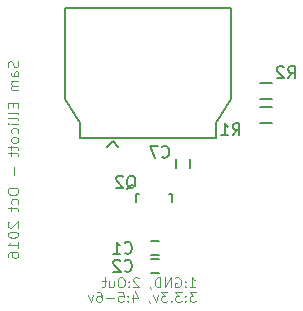
<source format=gbr>
G04 #@! TF.FileFunction,Legend,Bot*
%FSLAX46Y46*%
G04 Gerber Fmt 4.6, Leading zero omitted, Abs format (unit mm)*
G04 Created by KiCad (PCBNEW 4.0.2+dfsg1-stable) date Sat 29 Oct 2016 09:34:00 PM EDT*
%MOMM*%
G01*
G04 APERTURE LIST*
%ADD10C,0.090000*%
%ADD11C,0.101600*%
%ADD12C,0.063500*%
%ADD13C,0.150000*%
G04 APERTURE END LIST*
D10*
D11*
X122317933Y-80568800D02*
X122360267Y-80695800D01*
X122360267Y-80907467D01*
X122317933Y-80992134D01*
X122275600Y-81034467D01*
X122190933Y-81076800D01*
X122106267Y-81076800D01*
X122021600Y-81034467D01*
X121979267Y-80992134D01*
X121936933Y-80907467D01*
X121894600Y-80738134D01*
X121852267Y-80653467D01*
X121809933Y-80611134D01*
X121725267Y-80568800D01*
X121640600Y-80568800D01*
X121555933Y-80611134D01*
X121513600Y-80653467D01*
X121471267Y-80738134D01*
X121471267Y-80949800D01*
X121513600Y-81076800D01*
X122360267Y-81838801D02*
X121894600Y-81838801D01*
X121809933Y-81796467D01*
X121767600Y-81711801D01*
X121767600Y-81542467D01*
X121809933Y-81457801D01*
X122317933Y-81838801D02*
X122360267Y-81754134D01*
X122360267Y-81542467D01*
X122317933Y-81457801D01*
X122233267Y-81415467D01*
X122148600Y-81415467D01*
X122063933Y-81457801D01*
X122021600Y-81542467D01*
X122021600Y-81754134D01*
X121979267Y-81838801D01*
X122360267Y-82262134D02*
X121767600Y-82262134D01*
X121852267Y-82262134D02*
X121809933Y-82304467D01*
X121767600Y-82389134D01*
X121767600Y-82516134D01*
X121809933Y-82600800D01*
X121894600Y-82643134D01*
X122360267Y-82643134D01*
X121894600Y-82643134D02*
X121809933Y-82685467D01*
X121767600Y-82770134D01*
X121767600Y-82897134D01*
X121809933Y-82981800D01*
X121894600Y-83024134D01*
X122360267Y-83024134D01*
X121894600Y-84124800D02*
X121894600Y-84421133D01*
X122360267Y-84548133D02*
X122360267Y-84124800D01*
X121471267Y-84124800D01*
X121471267Y-84548133D01*
X122360267Y-85056133D02*
X122317933Y-84971466D01*
X122233267Y-84929133D01*
X121471267Y-84929133D01*
X122360267Y-85521800D02*
X122317933Y-85437133D01*
X122233267Y-85394800D01*
X121471267Y-85394800D01*
X122360267Y-85860467D02*
X121767600Y-85860467D01*
X121471267Y-85860467D02*
X121513600Y-85818133D01*
X121555933Y-85860467D01*
X121513600Y-85902800D01*
X121471267Y-85860467D01*
X121555933Y-85860467D01*
X122317933Y-86664800D02*
X122360267Y-86580133D01*
X122360267Y-86410800D01*
X122317933Y-86326133D01*
X122275600Y-86283800D01*
X122190933Y-86241466D01*
X121936933Y-86241466D01*
X121852267Y-86283800D01*
X121809933Y-86326133D01*
X121767600Y-86410800D01*
X121767600Y-86580133D01*
X121809933Y-86664800D01*
X122360267Y-87172800D02*
X122317933Y-87088133D01*
X122275600Y-87045800D01*
X122190933Y-87003466D01*
X121936933Y-87003466D01*
X121852267Y-87045800D01*
X121809933Y-87088133D01*
X121767600Y-87172800D01*
X121767600Y-87299800D01*
X121809933Y-87384466D01*
X121852267Y-87426800D01*
X121936933Y-87469133D01*
X122190933Y-87469133D01*
X122275600Y-87426800D01*
X122317933Y-87384466D01*
X122360267Y-87299800D01*
X122360267Y-87172800D01*
X121767600Y-87723133D02*
X121767600Y-88061799D01*
X121471267Y-87850133D02*
X122233267Y-87850133D01*
X122317933Y-87892466D01*
X122360267Y-87977133D01*
X122360267Y-88061799D01*
X121767600Y-88231133D02*
X121767600Y-88569799D01*
X121471267Y-88358133D02*
X122233267Y-88358133D01*
X122317933Y-88400466D01*
X122360267Y-88485133D01*
X122360267Y-88569799D01*
X122021600Y-89543466D02*
X122021600Y-90220799D01*
X121471267Y-91490799D02*
X121471267Y-91660132D01*
X121513600Y-91744799D01*
X121598267Y-91829466D01*
X121767600Y-91871799D01*
X122063933Y-91871799D01*
X122233267Y-91829466D01*
X122317933Y-91744799D01*
X122360267Y-91660132D01*
X122360267Y-91490799D01*
X122317933Y-91406132D01*
X122233267Y-91321466D01*
X122063933Y-91279132D01*
X121767600Y-91279132D01*
X121598267Y-91321466D01*
X121513600Y-91406132D01*
X121471267Y-91490799D01*
X122317933Y-92633799D02*
X122360267Y-92549132D01*
X122360267Y-92379799D01*
X122317933Y-92295132D01*
X122275600Y-92252799D01*
X122190933Y-92210465D01*
X121936933Y-92210465D01*
X121852267Y-92252799D01*
X121809933Y-92295132D01*
X121767600Y-92379799D01*
X121767600Y-92549132D01*
X121809933Y-92633799D01*
X121767600Y-92887799D02*
X121767600Y-93226465D01*
X121471267Y-93014799D02*
X122233267Y-93014799D01*
X122317933Y-93057132D01*
X122360267Y-93141799D01*
X122360267Y-93226465D01*
X121555933Y-94157798D02*
X121513600Y-94200132D01*
X121471267Y-94284798D01*
X121471267Y-94496465D01*
X121513600Y-94581132D01*
X121555933Y-94623465D01*
X121640600Y-94665798D01*
X121725267Y-94665798D01*
X121852267Y-94623465D01*
X122360267Y-94115465D01*
X122360267Y-94665798D01*
X121471267Y-95216132D02*
X121471267Y-95300799D01*
X121513600Y-95385465D01*
X121555933Y-95427799D01*
X121640600Y-95470132D01*
X121809933Y-95512465D01*
X122021600Y-95512465D01*
X122190933Y-95470132D01*
X122275600Y-95427799D01*
X122317933Y-95385465D01*
X122360267Y-95300799D01*
X122360267Y-95216132D01*
X122317933Y-95131465D01*
X122275600Y-95089132D01*
X122190933Y-95046799D01*
X122021600Y-95004465D01*
X121809933Y-95004465D01*
X121640600Y-95046799D01*
X121555933Y-95089132D01*
X121513600Y-95131465D01*
X121471267Y-95216132D01*
X122360267Y-96359132D02*
X122360267Y-95851132D01*
X122360267Y-96105132D02*
X121471267Y-96105132D01*
X121598267Y-96020466D01*
X121682933Y-95935799D01*
X121725267Y-95851132D01*
X121471267Y-97121133D02*
X121471267Y-96951799D01*
X121513600Y-96867133D01*
X121555933Y-96824799D01*
X121682933Y-96740133D01*
X121852267Y-96697799D01*
X122190933Y-96697799D01*
X122275600Y-96740133D01*
X122317933Y-96782466D01*
X122360267Y-96867133D01*
X122360267Y-97036466D01*
X122317933Y-97121133D01*
X122275600Y-97163466D01*
X122190933Y-97205799D01*
X121979267Y-97205799D01*
X121894600Y-97163466D01*
X121852267Y-97121133D01*
X121809933Y-97036466D01*
X121809933Y-96867133D01*
X121852267Y-96782466D01*
X121894600Y-96740133D01*
X121979267Y-96697799D01*
D12*
X136864271Y-99684296D02*
X137343243Y-99684296D01*
X137103757Y-99684296D02*
X137103757Y-98846096D01*
X137183586Y-98965839D01*
X137263414Y-99045667D01*
X137343243Y-99085581D01*
X136505043Y-99604467D02*
X136465128Y-99644381D01*
X136505043Y-99684296D01*
X136544957Y-99644381D01*
X136505043Y-99604467D01*
X136505043Y-99684296D01*
X136505043Y-99165410D02*
X136465128Y-99205324D01*
X136505043Y-99245239D01*
X136544957Y-99205324D01*
X136505043Y-99165410D01*
X136505043Y-99245239D01*
X135666842Y-98886010D02*
X135746671Y-98846096D01*
X135866414Y-98846096D01*
X135986157Y-98886010D01*
X136065985Y-98965839D01*
X136105900Y-99045667D01*
X136145814Y-99205324D01*
X136145814Y-99325067D01*
X136105900Y-99484724D01*
X136065985Y-99564553D01*
X135986157Y-99644381D01*
X135866414Y-99684296D01*
X135786585Y-99684296D01*
X135666842Y-99644381D01*
X135626928Y-99604467D01*
X135626928Y-99325067D01*
X135786585Y-99325067D01*
X135267700Y-99684296D02*
X135267700Y-98846096D01*
X134788728Y-99684296D01*
X134788728Y-98846096D01*
X134389586Y-99684296D02*
X134389586Y-98846096D01*
X134190014Y-98846096D01*
X134070271Y-98886010D01*
X133990443Y-98965839D01*
X133950528Y-99045667D01*
X133910614Y-99205324D01*
X133910614Y-99325067D01*
X133950528Y-99484724D01*
X133990443Y-99564553D01*
X134070271Y-99644381D01*
X134190014Y-99684296D01*
X134389586Y-99684296D01*
X133511471Y-99644381D02*
X133511471Y-99684296D01*
X133551386Y-99764124D01*
X133591300Y-99804039D01*
X132553528Y-98925924D02*
X132513614Y-98886010D01*
X132433785Y-98846096D01*
X132234214Y-98846096D01*
X132154385Y-98886010D01*
X132114471Y-98925924D01*
X132074556Y-99005753D01*
X132074556Y-99085581D01*
X132114471Y-99205324D01*
X132593442Y-99684296D01*
X132074556Y-99684296D01*
X131715328Y-99604467D02*
X131675413Y-99644381D01*
X131715328Y-99684296D01*
X131755242Y-99644381D01*
X131715328Y-99604467D01*
X131715328Y-99684296D01*
X131715328Y-99165410D02*
X131675413Y-99205324D01*
X131715328Y-99245239D01*
X131755242Y-99205324D01*
X131715328Y-99165410D01*
X131715328Y-99245239D01*
X131156527Y-98846096D02*
X130996870Y-98846096D01*
X130917042Y-98886010D01*
X130837213Y-98965839D01*
X130797299Y-99125496D01*
X130797299Y-99404896D01*
X130837213Y-99564553D01*
X130917042Y-99644381D01*
X130996870Y-99684296D01*
X131156527Y-99684296D01*
X131236356Y-99644381D01*
X131316185Y-99564553D01*
X131356099Y-99404896D01*
X131356099Y-99125496D01*
X131316185Y-98965839D01*
X131236356Y-98886010D01*
X131156527Y-98846096D01*
X130078842Y-99125496D02*
X130078842Y-99684296D01*
X130438071Y-99125496D02*
X130438071Y-99564553D01*
X130398156Y-99644381D01*
X130318328Y-99684296D01*
X130198585Y-99684296D01*
X130118756Y-99644381D01*
X130078842Y-99604467D01*
X129799442Y-99125496D02*
X129480128Y-99125496D01*
X129679700Y-98846096D02*
X129679700Y-99564553D01*
X129639785Y-99644381D01*
X129559957Y-99684296D01*
X129480128Y-99684296D01*
X137383157Y-100083076D02*
X136864271Y-100083076D01*
X137143671Y-100402390D01*
X137023929Y-100402390D01*
X136944100Y-100442304D01*
X136904186Y-100482219D01*
X136864271Y-100562047D01*
X136864271Y-100761619D01*
X136904186Y-100841447D01*
X136944100Y-100881361D01*
X137023929Y-100921276D01*
X137263414Y-100921276D01*
X137343243Y-100881361D01*
X137383157Y-100841447D01*
X136505043Y-100841447D02*
X136465128Y-100881361D01*
X136505043Y-100921276D01*
X136544957Y-100881361D01*
X136505043Y-100841447D01*
X136505043Y-100921276D01*
X136505043Y-100402390D02*
X136465128Y-100442304D01*
X136505043Y-100482219D01*
X136544957Y-100442304D01*
X136505043Y-100402390D01*
X136505043Y-100482219D01*
X136185728Y-100083076D02*
X135666842Y-100083076D01*
X135946242Y-100402390D01*
X135826500Y-100402390D01*
X135746671Y-100442304D01*
X135706757Y-100482219D01*
X135666842Y-100562047D01*
X135666842Y-100761619D01*
X135706757Y-100841447D01*
X135746671Y-100881361D01*
X135826500Y-100921276D01*
X136065985Y-100921276D01*
X136145814Y-100881361D01*
X136185728Y-100841447D01*
X135307614Y-100841447D02*
X135267699Y-100881361D01*
X135307614Y-100921276D01*
X135347528Y-100881361D01*
X135307614Y-100841447D01*
X135307614Y-100921276D01*
X134988299Y-100083076D02*
X134469413Y-100083076D01*
X134748813Y-100402390D01*
X134629071Y-100402390D01*
X134549242Y-100442304D01*
X134509328Y-100482219D01*
X134469413Y-100562047D01*
X134469413Y-100761619D01*
X134509328Y-100841447D01*
X134549242Y-100881361D01*
X134629071Y-100921276D01*
X134868556Y-100921276D01*
X134948385Y-100881361D01*
X134988299Y-100841447D01*
X134190013Y-100362476D02*
X133990442Y-100921276D01*
X133790870Y-100362476D01*
X133431641Y-100881361D02*
X133431641Y-100921276D01*
X133471556Y-101001104D01*
X133511470Y-101041019D01*
X132074555Y-100362476D02*
X132074555Y-100921276D01*
X132274126Y-100043161D02*
X132473698Y-100641876D01*
X131954812Y-100641876D01*
X131635498Y-100841447D02*
X131595583Y-100881361D01*
X131635498Y-100921276D01*
X131675412Y-100881361D01*
X131635498Y-100841447D01*
X131635498Y-100921276D01*
X131635498Y-100402390D02*
X131595583Y-100442304D01*
X131635498Y-100482219D01*
X131675412Y-100442304D01*
X131635498Y-100402390D01*
X131635498Y-100482219D01*
X130837212Y-100083076D02*
X131236355Y-100083076D01*
X131276269Y-100482219D01*
X131236355Y-100442304D01*
X131156526Y-100402390D01*
X130956955Y-100402390D01*
X130877126Y-100442304D01*
X130837212Y-100482219D01*
X130797297Y-100562047D01*
X130797297Y-100761619D01*
X130837212Y-100841447D01*
X130877126Y-100881361D01*
X130956955Y-100921276D01*
X131156526Y-100921276D01*
X131236355Y-100881361D01*
X131276269Y-100841447D01*
X130438069Y-100601961D02*
X129799440Y-100601961D01*
X129041069Y-100083076D02*
X129200726Y-100083076D01*
X129280555Y-100122990D01*
X129320469Y-100162904D01*
X129400298Y-100282647D01*
X129440212Y-100442304D01*
X129440212Y-100761619D01*
X129400298Y-100841447D01*
X129360383Y-100881361D01*
X129280555Y-100921276D01*
X129120898Y-100921276D01*
X129041069Y-100881361D01*
X129001155Y-100841447D01*
X128961240Y-100761619D01*
X128961240Y-100562047D01*
X129001155Y-100482219D01*
X129041069Y-100442304D01*
X129120898Y-100402390D01*
X129280555Y-100402390D01*
X129360383Y-100442304D01*
X129400298Y-100482219D01*
X129440212Y-100562047D01*
X128681840Y-100362476D02*
X128482269Y-100921276D01*
X128282697Y-100362476D01*
D13*
X133569000Y-96993000D02*
X134269000Y-96993000D01*
X134269000Y-95793000D02*
X133569000Y-95793000D01*
X133569000Y-98517000D02*
X134269000Y-98517000D01*
X134269000Y-97317000D02*
X133569000Y-97317000D01*
X130335014Y-87290660D02*
X130835014Y-87790660D01*
X129835014Y-87790660D02*
X130335014Y-87290660D01*
X126335014Y-83790660D02*
X126335014Y-76040660D01*
X127585014Y-85790660D02*
X126335014Y-83790660D01*
X127585014Y-87090660D02*
X127585014Y-85790660D01*
X139085014Y-87090660D02*
X127585014Y-87090660D01*
X139085014Y-85790660D02*
X139085014Y-87090660D01*
X140335014Y-83790660D02*
X139085014Y-85790660D01*
X140335014Y-76040660D02*
X140335014Y-83790660D01*
X126335014Y-76040660D02*
X140335014Y-76040660D01*
X136871000Y-89565000D02*
X136871000Y-88865000D01*
X135671000Y-88865000D02*
X135671000Y-89565000D01*
X135357820Y-92483940D02*
X135357820Y-91782900D01*
X135357820Y-91782900D02*
X135108900Y-91782900D01*
X132558840Y-91782900D02*
X132358180Y-91782900D01*
X132358180Y-91782900D02*
X132358180Y-92483940D01*
X143799000Y-84415000D02*
X142799000Y-84415000D01*
X142799000Y-85765000D02*
X143799000Y-85765000D01*
X142799000Y-83733000D02*
X143799000Y-83733000D01*
X143799000Y-82383000D02*
X142799000Y-82383000D01*
X131357666Y-96750143D02*
X131405285Y-96797762D01*
X131548142Y-96845381D01*
X131643380Y-96845381D01*
X131786238Y-96797762D01*
X131881476Y-96702524D01*
X131929095Y-96607286D01*
X131976714Y-96416810D01*
X131976714Y-96273952D01*
X131929095Y-96083476D01*
X131881476Y-95988238D01*
X131786238Y-95893000D01*
X131643380Y-95845381D01*
X131548142Y-95845381D01*
X131405285Y-95893000D01*
X131357666Y-95940619D01*
X130405285Y-96845381D02*
X130976714Y-96845381D01*
X130691000Y-96845381D02*
X130691000Y-95845381D01*
X130786238Y-95988238D01*
X130881476Y-96083476D01*
X130976714Y-96131095D01*
X131357666Y-98274143D02*
X131405285Y-98321762D01*
X131548142Y-98369381D01*
X131643380Y-98369381D01*
X131786238Y-98321762D01*
X131881476Y-98226524D01*
X131929095Y-98131286D01*
X131976714Y-97940810D01*
X131976714Y-97797952D01*
X131929095Y-97607476D01*
X131881476Y-97512238D01*
X131786238Y-97417000D01*
X131643380Y-97369381D01*
X131548142Y-97369381D01*
X131405285Y-97417000D01*
X131357666Y-97464619D01*
X130976714Y-97464619D02*
X130929095Y-97417000D01*
X130833857Y-97369381D01*
X130595761Y-97369381D01*
X130500523Y-97417000D01*
X130452904Y-97464619D01*
X130405285Y-97559857D01*
X130405285Y-97655095D01*
X130452904Y-97797952D01*
X131024333Y-98369381D01*
X130405285Y-98369381D01*
X134532666Y-88622143D02*
X134580285Y-88669762D01*
X134723142Y-88717381D01*
X134818380Y-88717381D01*
X134961238Y-88669762D01*
X135056476Y-88574524D01*
X135104095Y-88479286D01*
X135151714Y-88288810D01*
X135151714Y-88145952D01*
X135104095Y-87955476D01*
X135056476Y-87860238D01*
X134961238Y-87765000D01*
X134818380Y-87717381D01*
X134723142Y-87717381D01*
X134580285Y-87765000D01*
X134532666Y-87812619D01*
X134199333Y-87717381D02*
X133532666Y-87717381D01*
X133961238Y-88717381D01*
X131540238Y-91352619D02*
X131635476Y-91305000D01*
X131730714Y-91209762D01*
X131873571Y-91066905D01*
X131968810Y-91019286D01*
X132064048Y-91019286D01*
X132016429Y-91257381D02*
X132111667Y-91209762D01*
X132206905Y-91114524D01*
X132254524Y-90924048D01*
X132254524Y-90590714D01*
X132206905Y-90400238D01*
X132111667Y-90305000D01*
X132016429Y-90257381D01*
X131825952Y-90257381D01*
X131730714Y-90305000D01*
X131635476Y-90400238D01*
X131587857Y-90590714D01*
X131587857Y-90924048D01*
X131635476Y-91114524D01*
X131730714Y-91209762D01*
X131825952Y-91257381D01*
X132016429Y-91257381D01*
X131206905Y-90352619D02*
X131159286Y-90305000D01*
X131064048Y-90257381D01*
X130825952Y-90257381D01*
X130730714Y-90305000D01*
X130683095Y-90352619D01*
X130635476Y-90447857D01*
X130635476Y-90543095D01*
X130683095Y-90685952D01*
X131254524Y-91257381D01*
X130635476Y-91257381D01*
X140501666Y-86812381D02*
X140835000Y-86336190D01*
X141073095Y-86812381D02*
X141073095Y-85812381D01*
X140692142Y-85812381D01*
X140596904Y-85860000D01*
X140549285Y-85907619D01*
X140501666Y-86002857D01*
X140501666Y-86145714D01*
X140549285Y-86240952D01*
X140596904Y-86288571D01*
X140692142Y-86336190D01*
X141073095Y-86336190D01*
X139549285Y-86812381D02*
X140120714Y-86812381D01*
X139835000Y-86812381D02*
X139835000Y-85812381D01*
X139930238Y-85955238D01*
X140025476Y-86050476D01*
X140120714Y-86098095D01*
X145200666Y-81986381D02*
X145534000Y-81510190D01*
X145772095Y-81986381D02*
X145772095Y-80986381D01*
X145391142Y-80986381D01*
X145295904Y-81034000D01*
X145248285Y-81081619D01*
X145200666Y-81176857D01*
X145200666Y-81319714D01*
X145248285Y-81414952D01*
X145295904Y-81462571D01*
X145391142Y-81510190D01*
X145772095Y-81510190D01*
X144819714Y-81081619D02*
X144772095Y-81034000D01*
X144676857Y-80986381D01*
X144438761Y-80986381D01*
X144343523Y-81034000D01*
X144295904Y-81081619D01*
X144248285Y-81176857D01*
X144248285Y-81272095D01*
X144295904Y-81414952D01*
X144867333Y-81986381D01*
X144248285Y-81986381D01*
M02*

</source>
